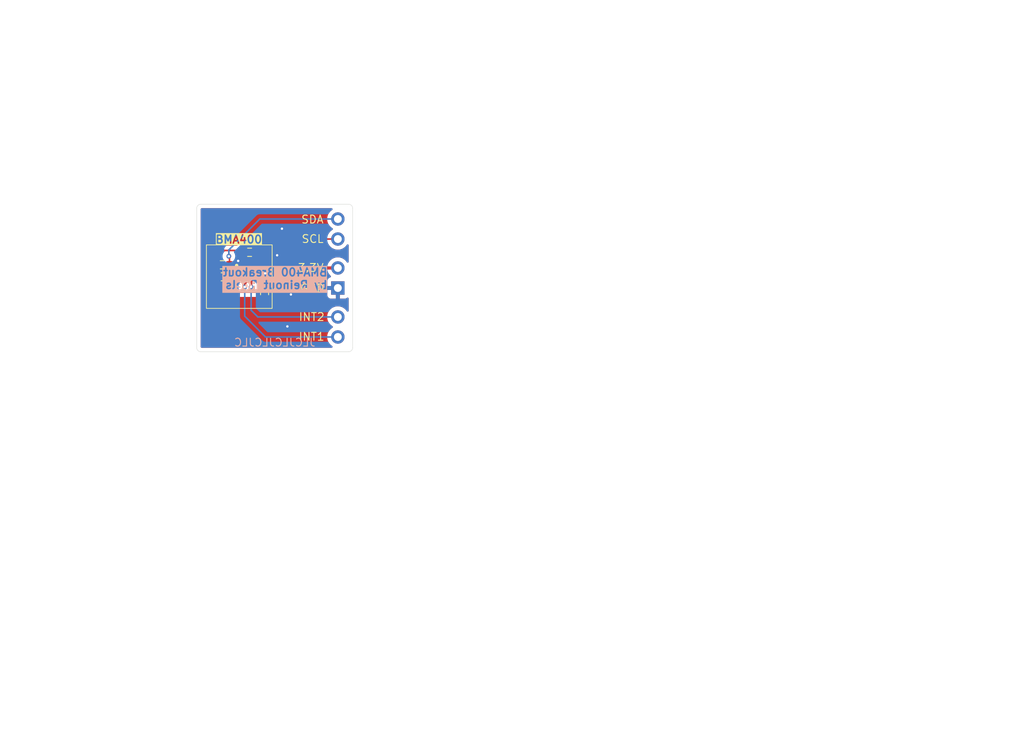
<source format=kicad_pcb>
(kicad_pcb (version 20240108) (generator "pcbnew") (generator_version "8.0")
  (layers (0 "F.Cu" signal) (31 "B.Cu" signal) (34 "B.Paste" user) (35 "F.Paste" user) (36 "B.SilkS" user "B.Silkscreen") (37 "F.SilkS" user "F.Silkscreen") (38 "B.Mask" user) (39 "F.Mask" user) (44 "Edge.Cuts" user))
  (net 0 "")
  (net 1 "+3.3V")
  (net 4 "GND")
  (net 5 "INT2")
  (net 6 "SCL")
  (net 7 "INT1")
  (net 8 "SDA")
  (footprint "Connector_PinHeader_2.54mm:PinHeader_1x02_P2.54mm_Vertical" (layer "F.Cu") (at 115.72 65.63)
    (property "Reference" "J2" (hide yes))
    (property "Value" "Conn_01x02" (hide yes))
    (pad "1" thru_hole circle (at 0 0) (size 1.7 1.7) (drill 1) (layers "*.Cu" "*.Mask") (net 8 "SDA"))
    (pad "2" thru_hole oval (at 0 2.54) (size 1.7 1.7) (drill 1) (layers "*.Cu" "*.Mask") (net 6 "SCL"))
  )
  (footprint "Resistor_SMD:R_0603_1608Metric_Pad0.98x0.95mm_HandSolder" (layer "F.Cu") (at 104.53 69.85 180)
    (property "Reference" "R2" (hide yes))
    (property "Value" "4.7K" (hide yes))
    (fp_line (start -0.254724 0.5225) (end 0.254724 0.5225) (stroke (width 0.12)) (layer "F.SilkS"))
    (fp_line (start -0.254724 -0.5225) (end 0.254724 -0.5225) (stroke (width 0.12)) (layer "F.SilkS"))
    (pad "1" smd roundrect (at -0.9125 0 180) (size 0.975 0.95) (layers "F.Cu" "F.Paste" "F.Mask") (net 6 "SCL"))
    (pad "2" smd roundrect (at 0.9125 0 180) (size 0.975 0.95) (layers "F.Cu" "F.Paste" "F.Mask") (net 1 "+3.3V"))
  )
  (footprint "Resistor_SMD:R_0603_1608Metric_Pad0.98x0.95mm_HandSolder" (layer "F.Cu") (at 101.0675 71.44)
    (property "Reference" "R1" (hide yes))
    (property "Value" "4.7K" (hide yes))
    (fp_line (start -0.254724 -0.5225) (end 0.254724 -0.5225) (stroke (width 0.12)) (layer "F.SilkS"))
    (fp_line (start -0.254724 0.5225) (end 0.254724 0.5225) (stroke (width 0.12)) (layer "F.SilkS"))
    (pad "1" smd roundrect (at -0.9125 0) (size 0.975 0.95) (layers "F.Cu" "F.Paste" "F.Mask") (net 1 "+3.3V"))
    (pad "2" smd roundrect (at 0.9125 0) (size 0.975 0.95) (layers "F.Cu" "F.Paste" "F.Mask") (net 8 "SDA"))
  )
  (footprint "Capacitor_SMD:C_0603_1608Metric_Pad1.08x0.95mm_HandSolder" (layer "F.Cu") (at 101.07 72.96 180)
    (property "Reference" "C1" (hide yes))
    (property "Value" "100nF" (hide yes))
    (fp_line (start -0.146267 0.51) (end 0.146267 0.51) (stroke (width 0.12)) (layer "F.SilkS"))
    (fp_line (start -0.146267 -0.51) (end 0.146267 -0.51) (stroke (width 0.12)) (layer "F.SilkS"))
    (pad "1" smd roundrect (at -0.8625 0 180) (size 1.075 0.95) (layers "F.Cu" "F.Paste" "F.Mask") (net 1 "+3.3V"))
    (pad "2" smd roundrect (at 0.8625 0 180) (size 1.075 0.95) (layers "F.Cu" "F.Paste" "F.Mask") (net 4 "GND"))
  )
  (footprint "BMA400:BOSCH_LGA-12" (layer "F.Cu") (at 104.52534 72.275)
    (property "Reference" "AC1" (hide yes))
    (property "Value" "BMA400" (hide yes))
    (fp_circle (center -1.638491 -0.754141) (end -1.638491 -0.740801) (stroke (width 0.2)) (fill none) (layer "F.SilkS"))
    (pad "1" smd rect (at -1 -0.75 90) (size 0.28 0.8) (layers "F.Cu" "F.Paste" "F.Mask") (net 4 "GND"))
    (pad "2" smd rect (at -1 -0.25 90) (size 0.28 0.8) (layers "F.Cu" "F.Paste" "F.Mask") (net 8 "SDA"))
    (pad "3" smd rect (at -1 0.25 90) (size 0.28 0.8) (layers "F.Cu" "F.Paste" "F.Mask") (net 1 "+3.3V"))
    (pad "4" smd rect (at -1 0.75 90) (size 0.28 0.8) (layers "F.Cu" "F.Paste" "F.Mask"))
    (pad "5" smd rect (at -0.25 1) (size 0.28 0.8) (layers "F.Cu" "F.Paste" "F.Mask") (net 7 "INT1"))
    (pad "6" smd rect (at 0.25 1) (size 0.28 0.8) (layers "F.Cu" "F.Paste" "F.Mask") (net 5 "INT2"))
    (pad "7" smd rect (at 1 0.75 90) (size 0.28 0.8) (layers "F.Cu" "F.Paste" "F.Mask") (net 1 "+3.3V"))
    (pad "8" smd rect (at 1 0.25 90) (size 0.28 0.8) (layers "F.Cu" "F.Paste" "F.Mask") (net 4 "GND"))
    (pad "9" smd rect (at 1 -0.25 90) (size 0.28 0.8) (layers "F.Cu" "F.Paste" "F.Mask") (net 4 "GND"))
    (pad "10" smd rect (at 1 -0.75 90) (size 0.28 0.8) (layers "F.Cu" "F.Paste" "F.Mask") (net 1 "+3.3V"))
    (pad "11" smd rect (at 0.25 -1) (size 0.28 0.8) (layers "F.Cu" "F.Paste" "F.Mask"))
    (pad "12" smd rect (at -0.25 -1) (size 0.28 0.8) (layers "F.Cu" "F.Paste" "F.Mask") (net 6 "SCL"))
  )
  (footprint "Capacitor_SMD:C_0603_1608Metric_Pad1.08x0.95mm_HandSolder" (layer "F.Cu") (at 106.43 75.09 -90)
    (property "Reference" "C2" (hide yes))
    (property "Value" "100nF" (hide yes))
    (fp_line (start -0.146267 0.51) (end 0.146267 0.51) (stroke (width 0.12)) (layer "F.SilkS"))
    (fp_line (start -0.146267 -0.51) (end 0.146267 -0.51) (stroke (width 0.12)) (layer "F.SilkS"))
    (pad "1" smd roundrect (at -0.8625 0 270) (size 1.075 0.95) (layers "F.Cu" "F.Paste" "F.Mask") (net 1 "+3.3V"))
    (pad "2" smd roundrect (at 0.8625 0 270) (size 1.075 0.95) (layers "F.Cu" "F.Paste" "F.Mask") (net 4 "GND"))
  )
  (footprint "Connector_PinHeader_2.54mm:PinHeader_1x02_P2.54mm_Vertical" (layer "F.Cu") (at 115.72 71.84)
    (property "Reference" "J1" (hide yes))
    (property "Value" "Conn_01x02" (hide yes))
    (pad "1" thru_hole circle (at 0 0) (size 1.7 1.7) (drill 1) (layers "*.Cu" "*.Mask") (net 1 "+3.3V"))
    (pad "2" thru_hole rect (at 0 2.54) (size 1.7 1.7) (drill 1) (layers "*.Cu" "*.Mask") (net 4 "GND"))
  )
  (footprint "Connector_PinHeader_2.54mm:PinHeader_1x02_P2.54mm_Vertical" (layer "F.Cu") (at 115.72 80.59 180)
    (property "Reference" "J3" (hide yes))
    (property "Value" "Conn_01x02" (hide yes))
    (pad "1" thru_hole circle (at 0 0 180) (size 1.7 1.7) (drill 1) (layers "*.Cu" "*.Mask") (net 7 "INT1"))
    (pad "2" thru_hole oval (at 0 2.54 180) (size 1.7 1.7) (drill 1) (layers "*.Cu" "*.Mask") (net 5 "INT2"))
  )
  (gr_rect (start 99.05 68.91) (end 107.39 76.96) (stroke (width 0.1)) (fill none) (layer "F.SilkS"))
  (gr_arc (start 117.09 63.76) (mid 117.443553 63.906447) (end 117.59 64.26) (stroke (width 0.05)) (layer "Edge.Cuts"))
  (gr_line (start 117.09 82.46) (end 98.33 82.46) (stroke (width 0.05)) (layer "Edge.Cuts"))
  (gr_arc (start 97.83 64.26) (mid 97.976447 63.906447) (end 98.33 63.76) (stroke (width 0.05)) (layer "Edge.Cuts"))
  (gr_arc (start 98.33 82.46) (mid 97.976447 82.313553) (end 97.83 81.96) (stroke (width 0.05)) (layer "Edge.Cuts"))
  (gr_arc (start 117.59 81.96) (mid 117.443553 82.313553) (end 117.09 82.46) (stroke (width 0.05)) (layer "Edge.Cuts"))
  (gr_line (start 117.59 64.26) (end 117.59 81.96) (stroke (width 0.05)) (layer "Edge.Cuts"))
  (gr_line (start 97.83 81.96) (end 97.83 64.26) (stroke (width 0.05)) (layer "Edge.Cuts"))
  (gr_line (start 98.33 63.76) (end 117.09 63.76) (stroke (width 0.05)) (layer "Edge.Cuts"))
  (gr_text "BMA400 Breakout\nby Reinout Roels" (at 114.505239 74.578972 0) (layer "B.SilkS" knockout) (effects (font (size 1 1) (thickness 0.2) (bold yes)) (justify left bottom mirror)))
  (gr_text "JLCJLCJLCJLC" (at 112.940358 81.87 0) (layer "B.SilkS") (effects (font (size 1 1) (thickness 0.125)) (justify left bottom mirror)))
  (gr_text "INT2" (at 110.7 78.63 0) (layer "F.SilkS") (effects (font (size 1 1) (thickness 0.125)) (justify left bottom)))
  (gr_text "3.3V" (at 110.59 72.4 0) (layer "F.SilkS") (effects (font (size 1 1) (thickness 0.125)) (justify left bottom)))
  (gr_text "GND" (at 110.87 75 0) (layer "F.SilkS") (effects (font (size 1 1) (thickness 0.125)) (justify left bottom)))
  (gr_text "INT1\n" (at 110.69 81.13 0) (layer "F.SilkS") (effects (font (size 1 1) (thickness 0.125)) (justify left bottom)))
  (gr_text "SDA" (at 111.01 66.27 0) (layer "F.SilkS") (effects (font (size 1 1) (thickness 0.125)) (justify left bottom)))
  (gr_text "BMA400" (at 100.091429 68.81 0) (layer "F.SilkS" knockout) (effects (font (size 1 1) (thickness 0.2) (bold yes)) (justify left bottom)))
  (gr_text "SCL" (at 111.06 68.74 0) (layer "F.SilkS") (effects (font (size 1 1) (thickness 0.125)) (justify left bottom)))
  (segment (start 101.34 69.62) (end 103.3875 69.62) (width 0.2) (layer "F.Cu") (net 1))
  (segment (start 100.155 71.44) (end 100.155 70.805) (width 0.2) (layer "F.Cu") (net 1))
  (segment (start 108.5025 71.525) (end 108.8175 71.84) (width 0.2) (layer "F.Cu") (net 1))
  (segment (start 101.9325 73.7825) (end 101.9325 72.96) (width 0.2) (layer "F.Cu") (net 1))
  (segment (start 108.8175 71.84) (end 106.43 74.2275) (width 0.2) (layer "F.Cu") (net 1))
  (segment (start 106.43 74.2275) (end 106.43 74.11466) (width 0.2) (layer "F.Cu") (net 1))
  (segment (start 106.43 74.2275) (end 105.7475 74.91) (width 0.2) (layer "F.Cu") (net 1))
  (segment (start 102.3675 72.525) (end 103.71034 72.525) (width 0.2) (layer "F.Cu") (net 1))
  (segment (start 101.88 72.96) (end 100.36 71.44) (width 0.2) (layer "F.Cu") (net 1))
  (segment (start 106.43 74.11466) (end 105.34034 73.025) (width 0.2) (layer "F.Cu") (net 1))
  (segment (start 100.36 71.44) (end 100.155 71.44) (width 0.2) (layer "F.Cu") (net 1))
  (segment (start 101.9325 72.96) (end 102.3675 72.525) (width 0.2) (layer "F.Cu") (net 1))
  (segment (start 103.3875 69.62) (end 103.6175 69.85) (width 0.2) (layer "F.Cu") (net 1))
  (segment (start 105.34034 71.525) (end 108.5025 71.525) (width 0.2) (layer "F.Cu") (net 1))
  (segment (start 103.06 74.91) (end 101.9325 73.7825) (width 0.2) (layer "F.Cu") (net 1))
  (segment (start 101.9325 72.96) (end 101.88 72.96) (width 0.2) (layer "F.Cu") (net 1))
  (segment (start 115.72 71.84) (end 108.8175 71.84) (width 0.4) (layer "F.Cu") (net 1))
  (segment (start 105.7475 74.91) (end 103.06 74.91) (width 0.2) (layer "F.Cu") (net 1))
  (segment (start 100.155 70.805) (end 101.34 69.62) (width 0.2) (layer "F.Cu") (net 1))
  (segment (start 106.505 72.525) (end 106.51 72.52) (width 0.2) (layer "F.Cu") (net 4))
  (segment (start 103.71034 71.525) (end 103.665 71.525) (width 0.2) (layer "F.Cu") (net 4))
  (segment (start 103.665 71.525) (end 103.08 70.94) (width 0.2) (layer "F.Cu") (net 4))
  (segment (start 105.34034 72.525) (end 106.505 72.525) (width 0.2) (layer "F.Cu") (net 4))
  (segment (start 105.34034 72.025) (end 106.015 72.025) (width 0.2) (layer "F.Cu") (net 4))
  (segment (start 106.015 72.025) (end 106.51 72.52) (width 0.2) (layer "F.Cu") (net 4))
  (via (at 109.32 79.25) (size 0.6) (drill 0.3) (layers "F.Cu" "B.Cu") (net 4))
  (via (at 108.02 70.23) (size 0.6) (drill 0.3) (layers "F.Cu" "B.Cu") (net 4))
  (via (at 108.63 66.86) (size 0.6) (drill 0.3) (layers "F.Cu" "B.Cu") (net 4))
  (via (at 103.08 70.94) (size 0.6) (drill 0.3) (layers "F.Cu" "B.Cu") (net 4))
  (via (at 109.77 75.2) (size 0.6) (drill 0.3) (layers "F.Cu" "B.Cu") (net 4))
  (via (at 106.51 72.52) (size 0.6) (drill 0.3) (layers "F.Cu" "B.Cu") (net 4))
  (segment (start 104.77534 74.19466) (end 104.77534 73.09) (width 0.2) (layer "F.Cu") (net 5))
  (segment (start 104.72 74.25) (end 104.77534 74.19466) (width 0.2) (layer "F.Cu") (net 5))
  (via (at 104.72 74.25) (size 0.6) (drill 0.3) (layers "F.Cu" "B.Cu") (net 5))
  (segment (start 104.72 74.25) (end 104.72 77.2) (width 0.2) (layer "B.Cu") (net 5))
  (segment (start 105.57 78.05) (end 115.72 78.05) (width 0.2) (layer "B.Cu") (net 5))
  (segment (start 104.72 77.2) (end 105.57 78.05) (width 0.2) (layer "B.Cu") (net 5))
  (segment (start 105.4425 69.85) (end 105.4425 69.2175) (width 0.2) (layer "F.Cu") (net 6))
  (segment (start 106.49 68.17) (end 115.72 68.17) (width 0.2) (layer "F.Cu") (net 6))
  (segment (start 105.15 69.85) (end 105.4425 69.85) (width 0.2) (layer "F.Cu") (net 6))
  (segment (start 104.27534 71.46) (end 104.27534 70.72466) (width 0.2) (layer "F.Cu") (net 6))
  (segment (start 104.27534 70.72466) (end 105.15 69.85) (width 0.2) (layer "F.Cu") (net 6))
  (segment (start 105.4425 69.2175) (end 106.49 68.17) (width 0.2) (layer "F.Cu") (net 6))
  (segment (start 104.27534 73.526131) (end 104.27534 73.09) (width 0.2) (layer "F.Cu") (net 7))
  (segment (start 103.91 73.891471) (end 104.27534 73.526131) (width 0.2) (layer "F.Cu") (net 7))
  (segment (start 103.91 74.25) (end 103.91 73.891471) (width 0.2) (layer "F.Cu") (net 7))
  (via (at 103.91 74.25) (size 0.6) (drill 0.3) (layers "F.Cu" "B.Cu") (net 7))
  (segment (start 106.55 80.59) (end 115.72 80.59) (width 0.2) (layer "B.Cu") (net 7))
  (segment (start 103.91 77.95) (end 106.55 80.59) (width 0.2) (layer "B.Cu") (net 7))
  (segment (start 103.91 74.25) (end 103.91 77.95) (width 0.2) (layer "B.Cu") (net 7))
  (segment (start 101.98 70.43) (end 101.9 70.35) (width 0.2) (layer "F.Cu") (net 8))
  (segment (start 102.565 72.025) (end 101.98 71.44) (width 0.2) (layer "F.Cu") (net 8))
  (segment (start 101.98 71.44) (end 101.98 70.43) (width 0.2) (layer "F.Cu") (net 8))
  (segment (start 103.71034 72.025) (end 102.565 72.025) (width 0.2) (layer "F.Cu") (net 8))
  (via (at 101.9 70.35) (size 0.6) (drill 0.3) (layers "F.Cu" "B.Cu") (net 8))
  (segment (start 101.9 70.35) (end 101.9 69.55) (width 0.2) (layer "B.Cu") (net 8))
  (segment (start 101.9 69.55) (end 105.82 65.63) (width 0.2) (layer "B.Cu") (net 8))
  (segment (start 105.82 65.63) (end 115.72 65.63) (width 0.2) (layer "B.Cu") (net 8))
  (zone (net 4) (net_name "GND") (layers "F&B.Cu") (connect_pads (clearance 0.5)) (min_thickness 0.25) (fill yes (thermal_gap 0.5) (thermal_bridge_width 0.5))
    (polygon (pts (xy 77.53 39.37) (xy 202.75 37.86) (xy 202.75 133.77) (xy 72.88 133.54)))
  )
)
</source>
